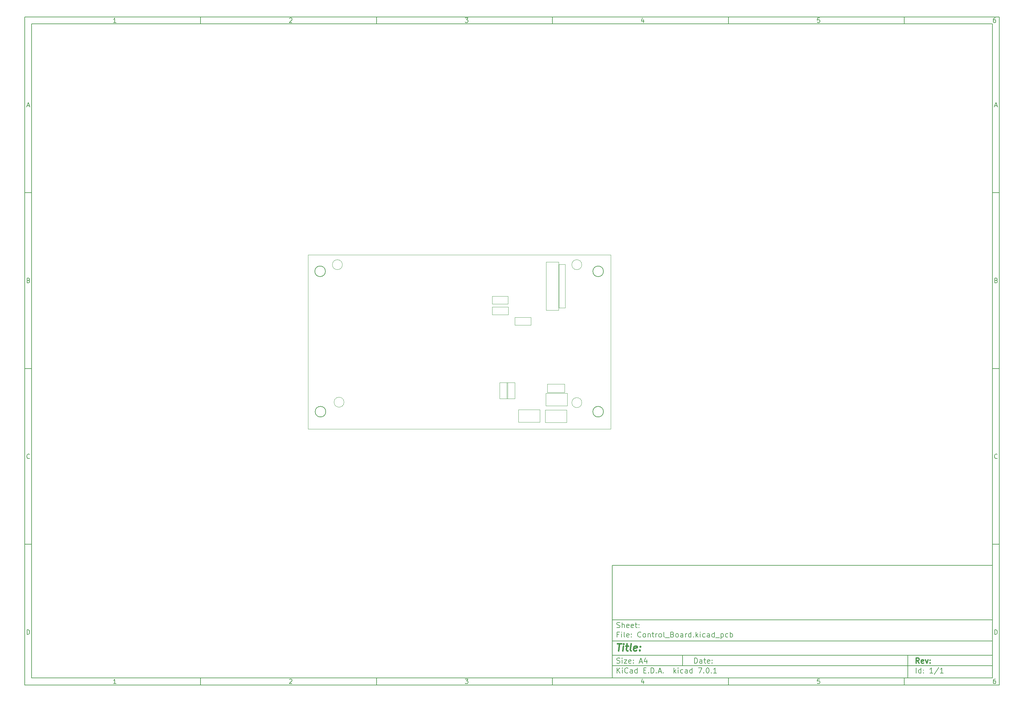
<source format=gbr>
%TF.GenerationSoftware,KiCad,Pcbnew,7.0.1*%
%TF.CreationDate,2024-01-20T13:41:41+00:00*%
%TF.ProjectId,Control_Board,436f6e74-726f-46c5-9f42-6f6172642e6b,rev?*%
%TF.SameCoordinates,Original*%
%TF.FileFunction,Other,User*%
%FSLAX45Y45*%
G04 Gerber Fmt 4.5, Leading zero omitted, Abs format (unit mm)*
G04 Created by KiCad (PCBNEW 7.0.1) date 2024-01-20 13:41:41*
%MOMM*%
%LPD*%
G01*
G04 APERTURE LIST*
%ADD10C,0.100000*%
%ADD11C,0.150000*%
%ADD12C,0.300000*%
%ADD13C,0.400000*%
%ADD14C,0.050000*%
%TA.AperFunction,Profile*%
%ADD15C,0.200000*%
%TD*%
%TA.AperFunction,Profile*%
%ADD16C,0.100000*%
%TD*%
G04 APERTURE END LIST*
D10*
D11*
X17700220Y-16600720D02*
X28500220Y-16600720D01*
X28500220Y-19800720D01*
X17700220Y-19800720D01*
X17700220Y-16600720D01*
D10*
D11*
X1000000Y-1000000D02*
X28700220Y-1000000D01*
X28700220Y-20000720D01*
X1000000Y-20000720D01*
X1000000Y-1000000D01*
D10*
D11*
X1200000Y-1200000D02*
X28500220Y-1200000D01*
X28500220Y-19800720D01*
X1200000Y-19800720D01*
X1200000Y-1200000D01*
D10*
D11*
X6000000Y-1200000D02*
X6000000Y-1000000D01*
D10*
D11*
X11000000Y-1200000D02*
X11000000Y-1000000D01*
D10*
D11*
X16000000Y-1200000D02*
X16000000Y-1000000D01*
D10*
D11*
X21000000Y-1200000D02*
X21000000Y-1000000D01*
D10*
D11*
X26000000Y-1200000D02*
X26000000Y-1000000D01*
D10*
D11*
X3599048Y-1160140D02*
X3524762Y-1160140D01*
X3561905Y-1160140D02*
X3561905Y-1030140D01*
X3561905Y-1030140D02*
X3549524Y-1048712D01*
X3549524Y-1048712D02*
X3537143Y-1061093D01*
X3537143Y-1061093D02*
X3524762Y-1067283D01*
D10*
D11*
X8524762Y-1042521D02*
X8530952Y-1036331D01*
X8530952Y-1036331D02*
X8543333Y-1030140D01*
X8543333Y-1030140D02*
X8574286Y-1030140D01*
X8574286Y-1030140D02*
X8586667Y-1036331D01*
X8586667Y-1036331D02*
X8592857Y-1042521D01*
X8592857Y-1042521D02*
X8599048Y-1054902D01*
X8599048Y-1054902D02*
X8599048Y-1067283D01*
X8599048Y-1067283D02*
X8592857Y-1085855D01*
X8592857Y-1085855D02*
X8518571Y-1160140D01*
X8518571Y-1160140D02*
X8599048Y-1160140D01*
D10*
D11*
X13518571Y-1030140D02*
X13599048Y-1030140D01*
X13599048Y-1030140D02*
X13555714Y-1079664D01*
X13555714Y-1079664D02*
X13574286Y-1079664D01*
X13574286Y-1079664D02*
X13586667Y-1085855D01*
X13586667Y-1085855D02*
X13592857Y-1092045D01*
X13592857Y-1092045D02*
X13599048Y-1104426D01*
X13599048Y-1104426D02*
X13599048Y-1135379D01*
X13599048Y-1135379D02*
X13592857Y-1147760D01*
X13592857Y-1147760D02*
X13586667Y-1153950D01*
X13586667Y-1153950D02*
X13574286Y-1160140D01*
X13574286Y-1160140D02*
X13537143Y-1160140D01*
X13537143Y-1160140D02*
X13524762Y-1153950D01*
X13524762Y-1153950D02*
X13518571Y-1147760D01*
D10*
D11*
X18586667Y-1073474D02*
X18586667Y-1160140D01*
X18555714Y-1023950D02*
X18524762Y-1116807D01*
X18524762Y-1116807D02*
X18605238Y-1116807D01*
D10*
D11*
X23592857Y-1030140D02*
X23530952Y-1030140D01*
X23530952Y-1030140D02*
X23524762Y-1092045D01*
X23524762Y-1092045D02*
X23530952Y-1085855D01*
X23530952Y-1085855D02*
X23543333Y-1079664D01*
X23543333Y-1079664D02*
X23574286Y-1079664D01*
X23574286Y-1079664D02*
X23586667Y-1085855D01*
X23586667Y-1085855D02*
X23592857Y-1092045D01*
X23592857Y-1092045D02*
X23599048Y-1104426D01*
X23599048Y-1104426D02*
X23599048Y-1135379D01*
X23599048Y-1135379D02*
X23592857Y-1147760D01*
X23592857Y-1147760D02*
X23586667Y-1153950D01*
X23586667Y-1153950D02*
X23574286Y-1160140D01*
X23574286Y-1160140D02*
X23543333Y-1160140D01*
X23543333Y-1160140D02*
X23530952Y-1153950D01*
X23530952Y-1153950D02*
X23524762Y-1147760D01*
D10*
D11*
X28586667Y-1030140D02*
X28561905Y-1030140D01*
X28561905Y-1030140D02*
X28549524Y-1036331D01*
X28549524Y-1036331D02*
X28543333Y-1042521D01*
X28543333Y-1042521D02*
X28530952Y-1061093D01*
X28530952Y-1061093D02*
X28524762Y-1085855D01*
X28524762Y-1085855D02*
X28524762Y-1135379D01*
X28524762Y-1135379D02*
X28530952Y-1147760D01*
X28530952Y-1147760D02*
X28537143Y-1153950D01*
X28537143Y-1153950D02*
X28549524Y-1160140D01*
X28549524Y-1160140D02*
X28574286Y-1160140D01*
X28574286Y-1160140D02*
X28586667Y-1153950D01*
X28586667Y-1153950D02*
X28592857Y-1147760D01*
X28592857Y-1147760D02*
X28599048Y-1135379D01*
X28599048Y-1135379D02*
X28599048Y-1104426D01*
X28599048Y-1104426D02*
X28592857Y-1092045D01*
X28592857Y-1092045D02*
X28586667Y-1085855D01*
X28586667Y-1085855D02*
X28574286Y-1079664D01*
X28574286Y-1079664D02*
X28549524Y-1079664D01*
X28549524Y-1079664D02*
X28537143Y-1085855D01*
X28537143Y-1085855D02*
X28530952Y-1092045D01*
X28530952Y-1092045D02*
X28524762Y-1104426D01*
D10*
D11*
X6000000Y-19800720D02*
X6000000Y-20000720D01*
D10*
D11*
X11000000Y-19800720D02*
X11000000Y-20000720D01*
D10*
D11*
X16000000Y-19800720D02*
X16000000Y-20000720D01*
D10*
D11*
X21000000Y-19800720D02*
X21000000Y-20000720D01*
D10*
D11*
X26000000Y-19800720D02*
X26000000Y-20000720D01*
D10*
D11*
X3599048Y-19960860D02*
X3524762Y-19960860D01*
X3561905Y-19960860D02*
X3561905Y-19830860D01*
X3561905Y-19830860D02*
X3549524Y-19849432D01*
X3549524Y-19849432D02*
X3537143Y-19861813D01*
X3537143Y-19861813D02*
X3524762Y-19868003D01*
D10*
D11*
X8524762Y-19843241D02*
X8530952Y-19837051D01*
X8530952Y-19837051D02*
X8543333Y-19830860D01*
X8543333Y-19830860D02*
X8574286Y-19830860D01*
X8574286Y-19830860D02*
X8586667Y-19837051D01*
X8586667Y-19837051D02*
X8592857Y-19843241D01*
X8592857Y-19843241D02*
X8599048Y-19855622D01*
X8599048Y-19855622D02*
X8599048Y-19868003D01*
X8599048Y-19868003D02*
X8592857Y-19886575D01*
X8592857Y-19886575D02*
X8518571Y-19960860D01*
X8518571Y-19960860D02*
X8599048Y-19960860D01*
D10*
D11*
X13518571Y-19830860D02*
X13599048Y-19830860D01*
X13599048Y-19830860D02*
X13555714Y-19880384D01*
X13555714Y-19880384D02*
X13574286Y-19880384D01*
X13574286Y-19880384D02*
X13586667Y-19886575D01*
X13586667Y-19886575D02*
X13592857Y-19892765D01*
X13592857Y-19892765D02*
X13599048Y-19905146D01*
X13599048Y-19905146D02*
X13599048Y-19936099D01*
X13599048Y-19936099D02*
X13592857Y-19948480D01*
X13592857Y-19948480D02*
X13586667Y-19954670D01*
X13586667Y-19954670D02*
X13574286Y-19960860D01*
X13574286Y-19960860D02*
X13537143Y-19960860D01*
X13537143Y-19960860D02*
X13524762Y-19954670D01*
X13524762Y-19954670D02*
X13518571Y-19948480D01*
D10*
D11*
X18586667Y-19874194D02*
X18586667Y-19960860D01*
X18555714Y-19824670D02*
X18524762Y-19917527D01*
X18524762Y-19917527D02*
X18605238Y-19917527D01*
D10*
D11*
X23592857Y-19830860D02*
X23530952Y-19830860D01*
X23530952Y-19830860D02*
X23524762Y-19892765D01*
X23524762Y-19892765D02*
X23530952Y-19886575D01*
X23530952Y-19886575D02*
X23543333Y-19880384D01*
X23543333Y-19880384D02*
X23574286Y-19880384D01*
X23574286Y-19880384D02*
X23586667Y-19886575D01*
X23586667Y-19886575D02*
X23592857Y-19892765D01*
X23592857Y-19892765D02*
X23599048Y-19905146D01*
X23599048Y-19905146D02*
X23599048Y-19936099D01*
X23599048Y-19936099D02*
X23592857Y-19948480D01*
X23592857Y-19948480D02*
X23586667Y-19954670D01*
X23586667Y-19954670D02*
X23574286Y-19960860D01*
X23574286Y-19960860D02*
X23543333Y-19960860D01*
X23543333Y-19960860D02*
X23530952Y-19954670D01*
X23530952Y-19954670D02*
X23524762Y-19948480D01*
D10*
D11*
X28586667Y-19830860D02*
X28561905Y-19830860D01*
X28561905Y-19830860D02*
X28549524Y-19837051D01*
X28549524Y-19837051D02*
X28543333Y-19843241D01*
X28543333Y-19843241D02*
X28530952Y-19861813D01*
X28530952Y-19861813D02*
X28524762Y-19886575D01*
X28524762Y-19886575D02*
X28524762Y-19936099D01*
X28524762Y-19936099D02*
X28530952Y-19948480D01*
X28530952Y-19948480D02*
X28537143Y-19954670D01*
X28537143Y-19954670D02*
X28549524Y-19960860D01*
X28549524Y-19960860D02*
X28574286Y-19960860D01*
X28574286Y-19960860D02*
X28586667Y-19954670D01*
X28586667Y-19954670D02*
X28592857Y-19948480D01*
X28592857Y-19948480D02*
X28599048Y-19936099D01*
X28599048Y-19936099D02*
X28599048Y-19905146D01*
X28599048Y-19905146D02*
X28592857Y-19892765D01*
X28592857Y-19892765D02*
X28586667Y-19886575D01*
X28586667Y-19886575D02*
X28574286Y-19880384D01*
X28574286Y-19880384D02*
X28549524Y-19880384D01*
X28549524Y-19880384D02*
X28537143Y-19886575D01*
X28537143Y-19886575D02*
X28530952Y-19892765D01*
X28530952Y-19892765D02*
X28524762Y-19905146D01*
D10*
D11*
X1000000Y-6000000D02*
X1200000Y-6000000D01*
D10*
D11*
X1000000Y-11000000D02*
X1200000Y-11000000D01*
D10*
D11*
X1000000Y-16000000D02*
X1200000Y-16000000D01*
D10*
D11*
X1069048Y-3522998D02*
X1130952Y-3522998D01*
X1056667Y-3560140D02*
X1100000Y-3430140D01*
X1100000Y-3430140D02*
X1143333Y-3560140D01*
D10*
D11*
X1109286Y-8492045D02*
X1127857Y-8498236D01*
X1127857Y-8498236D02*
X1134048Y-8504426D01*
X1134048Y-8504426D02*
X1140238Y-8516807D01*
X1140238Y-8516807D02*
X1140238Y-8535379D01*
X1140238Y-8535379D02*
X1134048Y-8547760D01*
X1134048Y-8547760D02*
X1127857Y-8553950D01*
X1127857Y-8553950D02*
X1115476Y-8560140D01*
X1115476Y-8560140D02*
X1065952Y-8560140D01*
X1065952Y-8560140D02*
X1065952Y-8430140D01*
X1065952Y-8430140D02*
X1109286Y-8430140D01*
X1109286Y-8430140D02*
X1121667Y-8436331D01*
X1121667Y-8436331D02*
X1127857Y-8442521D01*
X1127857Y-8442521D02*
X1134048Y-8454902D01*
X1134048Y-8454902D02*
X1134048Y-8467283D01*
X1134048Y-8467283D02*
X1127857Y-8479664D01*
X1127857Y-8479664D02*
X1121667Y-8485855D01*
X1121667Y-8485855D02*
X1109286Y-8492045D01*
X1109286Y-8492045D02*
X1065952Y-8492045D01*
D10*
D11*
X1140238Y-13547759D02*
X1134048Y-13553950D01*
X1134048Y-13553950D02*
X1115476Y-13560140D01*
X1115476Y-13560140D02*
X1103095Y-13560140D01*
X1103095Y-13560140D02*
X1084524Y-13553950D01*
X1084524Y-13553950D02*
X1072143Y-13541569D01*
X1072143Y-13541569D02*
X1065952Y-13529188D01*
X1065952Y-13529188D02*
X1059762Y-13504426D01*
X1059762Y-13504426D02*
X1059762Y-13485855D01*
X1059762Y-13485855D02*
X1065952Y-13461093D01*
X1065952Y-13461093D02*
X1072143Y-13448712D01*
X1072143Y-13448712D02*
X1084524Y-13436331D01*
X1084524Y-13436331D02*
X1103095Y-13430140D01*
X1103095Y-13430140D02*
X1115476Y-13430140D01*
X1115476Y-13430140D02*
X1134048Y-13436331D01*
X1134048Y-13436331D02*
X1140238Y-13442521D01*
D10*
D11*
X1065952Y-18560140D02*
X1065952Y-18430140D01*
X1065952Y-18430140D02*
X1096905Y-18430140D01*
X1096905Y-18430140D02*
X1115476Y-18436331D01*
X1115476Y-18436331D02*
X1127857Y-18448712D01*
X1127857Y-18448712D02*
X1134048Y-18461093D01*
X1134048Y-18461093D02*
X1140238Y-18485855D01*
X1140238Y-18485855D02*
X1140238Y-18504426D01*
X1140238Y-18504426D02*
X1134048Y-18529188D01*
X1134048Y-18529188D02*
X1127857Y-18541569D01*
X1127857Y-18541569D02*
X1115476Y-18553950D01*
X1115476Y-18553950D02*
X1096905Y-18560140D01*
X1096905Y-18560140D02*
X1065952Y-18560140D01*
D10*
D11*
X28700220Y-6000000D02*
X28500220Y-6000000D01*
D10*
D11*
X28700220Y-11000000D02*
X28500220Y-11000000D01*
D10*
D11*
X28700220Y-16000000D02*
X28500220Y-16000000D01*
D10*
D11*
X28569268Y-3522998D02*
X28631172Y-3522998D01*
X28556887Y-3560140D02*
X28600220Y-3430140D01*
X28600220Y-3430140D02*
X28643553Y-3560140D01*
D10*
D11*
X28609506Y-8492045D02*
X28628077Y-8498236D01*
X28628077Y-8498236D02*
X28634268Y-8504426D01*
X28634268Y-8504426D02*
X28640458Y-8516807D01*
X28640458Y-8516807D02*
X28640458Y-8535379D01*
X28640458Y-8535379D02*
X28634268Y-8547760D01*
X28634268Y-8547760D02*
X28628077Y-8553950D01*
X28628077Y-8553950D02*
X28615696Y-8560140D01*
X28615696Y-8560140D02*
X28566172Y-8560140D01*
X28566172Y-8560140D02*
X28566172Y-8430140D01*
X28566172Y-8430140D02*
X28609506Y-8430140D01*
X28609506Y-8430140D02*
X28621887Y-8436331D01*
X28621887Y-8436331D02*
X28628077Y-8442521D01*
X28628077Y-8442521D02*
X28634268Y-8454902D01*
X28634268Y-8454902D02*
X28634268Y-8467283D01*
X28634268Y-8467283D02*
X28628077Y-8479664D01*
X28628077Y-8479664D02*
X28621887Y-8485855D01*
X28621887Y-8485855D02*
X28609506Y-8492045D01*
X28609506Y-8492045D02*
X28566172Y-8492045D01*
D10*
D11*
X28640458Y-13547759D02*
X28634268Y-13553950D01*
X28634268Y-13553950D02*
X28615696Y-13560140D01*
X28615696Y-13560140D02*
X28603315Y-13560140D01*
X28603315Y-13560140D02*
X28584744Y-13553950D01*
X28584744Y-13553950D02*
X28572363Y-13541569D01*
X28572363Y-13541569D02*
X28566172Y-13529188D01*
X28566172Y-13529188D02*
X28559982Y-13504426D01*
X28559982Y-13504426D02*
X28559982Y-13485855D01*
X28559982Y-13485855D02*
X28566172Y-13461093D01*
X28566172Y-13461093D02*
X28572363Y-13448712D01*
X28572363Y-13448712D02*
X28584744Y-13436331D01*
X28584744Y-13436331D02*
X28603315Y-13430140D01*
X28603315Y-13430140D02*
X28615696Y-13430140D01*
X28615696Y-13430140D02*
X28634268Y-13436331D01*
X28634268Y-13436331D02*
X28640458Y-13442521D01*
D10*
D11*
X28566172Y-18560140D02*
X28566172Y-18430140D01*
X28566172Y-18430140D02*
X28597125Y-18430140D01*
X28597125Y-18430140D02*
X28615696Y-18436331D01*
X28615696Y-18436331D02*
X28628077Y-18448712D01*
X28628077Y-18448712D02*
X28634268Y-18461093D01*
X28634268Y-18461093D02*
X28640458Y-18485855D01*
X28640458Y-18485855D02*
X28640458Y-18504426D01*
X28640458Y-18504426D02*
X28634268Y-18529188D01*
X28634268Y-18529188D02*
X28628077Y-18541569D01*
X28628077Y-18541569D02*
X28615696Y-18553950D01*
X28615696Y-18553950D02*
X28597125Y-18560140D01*
X28597125Y-18560140D02*
X28566172Y-18560140D01*
D10*
D11*
X20035934Y-19380113D02*
X20035934Y-19230113D01*
X20035934Y-19230113D02*
X20071649Y-19230113D01*
X20071649Y-19230113D02*
X20093077Y-19237256D01*
X20093077Y-19237256D02*
X20107363Y-19251541D01*
X20107363Y-19251541D02*
X20114506Y-19265827D01*
X20114506Y-19265827D02*
X20121649Y-19294399D01*
X20121649Y-19294399D02*
X20121649Y-19315827D01*
X20121649Y-19315827D02*
X20114506Y-19344399D01*
X20114506Y-19344399D02*
X20107363Y-19358684D01*
X20107363Y-19358684D02*
X20093077Y-19372970D01*
X20093077Y-19372970D02*
X20071649Y-19380113D01*
X20071649Y-19380113D02*
X20035934Y-19380113D01*
X20250220Y-19380113D02*
X20250220Y-19301541D01*
X20250220Y-19301541D02*
X20243077Y-19287256D01*
X20243077Y-19287256D02*
X20228791Y-19280113D01*
X20228791Y-19280113D02*
X20200220Y-19280113D01*
X20200220Y-19280113D02*
X20185934Y-19287256D01*
X20250220Y-19372970D02*
X20235934Y-19380113D01*
X20235934Y-19380113D02*
X20200220Y-19380113D01*
X20200220Y-19380113D02*
X20185934Y-19372970D01*
X20185934Y-19372970D02*
X20178791Y-19358684D01*
X20178791Y-19358684D02*
X20178791Y-19344399D01*
X20178791Y-19344399D02*
X20185934Y-19330113D01*
X20185934Y-19330113D02*
X20200220Y-19322970D01*
X20200220Y-19322970D02*
X20235934Y-19322970D01*
X20235934Y-19322970D02*
X20250220Y-19315827D01*
X20300220Y-19280113D02*
X20357363Y-19280113D01*
X20321649Y-19230113D02*
X20321649Y-19358684D01*
X20321649Y-19358684D02*
X20328791Y-19372970D01*
X20328791Y-19372970D02*
X20343077Y-19380113D01*
X20343077Y-19380113D02*
X20357363Y-19380113D01*
X20464506Y-19372970D02*
X20450220Y-19380113D01*
X20450220Y-19380113D02*
X20421649Y-19380113D01*
X20421649Y-19380113D02*
X20407363Y-19372970D01*
X20407363Y-19372970D02*
X20400220Y-19358684D01*
X20400220Y-19358684D02*
X20400220Y-19301541D01*
X20400220Y-19301541D02*
X20407363Y-19287256D01*
X20407363Y-19287256D02*
X20421649Y-19280113D01*
X20421649Y-19280113D02*
X20450220Y-19280113D01*
X20450220Y-19280113D02*
X20464506Y-19287256D01*
X20464506Y-19287256D02*
X20471649Y-19301541D01*
X20471649Y-19301541D02*
X20471649Y-19315827D01*
X20471649Y-19315827D02*
X20400220Y-19330113D01*
X20535934Y-19365827D02*
X20543077Y-19372970D01*
X20543077Y-19372970D02*
X20535934Y-19380113D01*
X20535934Y-19380113D02*
X20528791Y-19372970D01*
X20528791Y-19372970D02*
X20535934Y-19365827D01*
X20535934Y-19365827D02*
X20535934Y-19380113D01*
X20535934Y-19287256D02*
X20543077Y-19294399D01*
X20543077Y-19294399D02*
X20535934Y-19301541D01*
X20535934Y-19301541D02*
X20528791Y-19294399D01*
X20528791Y-19294399D02*
X20535934Y-19287256D01*
X20535934Y-19287256D02*
X20535934Y-19301541D01*
D10*
D11*
X17700220Y-19450720D02*
X28500220Y-19450720D01*
D10*
D11*
X17835934Y-19660113D02*
X17835934Y-19510113D01*
X17921649Y-19660113D02*
X17857363Y-19574399D01*
X17921649Y-19510113D02*
X17835934Y-19595827D01*
X17985934Y-19660113D02*
X17985934Y-19560113D01*
X17985934Y-19510113D02*
X17978791Y-19517256D01*
X17978791Y-19517256D02*
X17985934Y-19524399D01*
X17985934Y-19524399D02*
X17993077Y-19517256D01*
X17993077Y-19517256D02*
X17985934Y-19510113D01*
X17985934Y-19510113D02*
X17985934Y-19524399D01*
X18143077Y-19645827D02*
X18135934Y-19652970D01*
X18135934Y-19652970D02*
X18114506Y-19660113D01*
X18114506Y-19660113D02*
X18100220Y-19660113D01*
X18100220Y-19660113D02*
X18078791Y-19652970D01*
X18078791Y-19652970D02*
X18064506Y-19638684D01*
X18064506Y-19638684D02*
X18057363Y-19624399D01*
X18057363Y-19624399D02*
X18050220Y-19595827D01*
X18050220Y-19595827D02*
X18050220Y-19574399D01*
X18050220Y-19574399D02*
X18057363Y-19545827D01*
X18057363Y-19545827D02*
X18064506Y-19531541D01*
X18064506Y-19531541D02*
X18078791Y-19517256D01*
X18078791Y-19517256D02*
X18100220Y-19510113D01*
X18100220Y-19510113D02*
X18114506Y-19510113D01*
X18114506Y-19510113D02*
X18135934Y-19517256D01*
X18135934Y-19517256D02*
X18143077Y-19524399D01*
X18271649Y-19660113D02*
X18271649Y-19581541D01*
X18271649Y-19581541D02*
X18264506Y-19567256D01*
X18264506Y-19567256D02*
X18250220Y-19560113D01*
X18250220Y-19560113D02*
X18221649Y-19560113D01*
X18221649Y-19560113D02*
X18207363Y-19567256D01*
X18271649Y-19652970D02*
X18257363Y-19660113D01*
X18257363Y-19660113D02*
X18221649Y-19660113D01*
X18221649Y-19660113D02*
X18207363Y-19652970D01*
X18207363Y-19652970D02*
X18200220Y-19638684D01*
X18200220Y-19638684D02*
X18200220Y-19624399D01*
X18200220Y-19624399D02*
X18207363Y-19610113D01*
X18207363Y-19610113D02*
X18221649Y-19602970D01*
X18221649Y-19602970D02*
X18257363Y-19602970D01*
X18257363Y-19602970D02*
X18271649Y-19595827D01*
X18407363Y-19660113D02*
X18407363Y-19510113D01*
X18407363Y-19652970D02*
X18393077Y-19660113D01*
X18393077Y-19660113D02*
X18364506Y-19660113D01*
X18364506Y-19660113D02*
X18350220Y-19652970D01*
X18350220Y-19652970D02*
X18343077Y-19645827D01*
X18343077Y-19645827D02*
X18335934Y-19631541D01*
X18335934Y-19631541D02*
X18335934Y-19588684D01*
X18335934Y-19588684D02*
X18343077Y-19574399D01*
X18343077Y-19574399D02*
X18350220Y-19567256D01*
X18350220Y-19567256D02*
X18364506Y-19560113D01*
X18364506Y-19560113D02*
X18393077Y-19560113D01*
X18393077Y-19560113D02*
X18407363Y-19567256D01*
X18593077Y-19581541D02*
X18643077Y-19581541D01*
X18664506Y-19660113D02*
X18593077Y-19660113D01*
X18593077Y-19660113D02*
X18593077Y-19510113D01*
X18593077Y-19510113D02*
X18664506Y-19510113D01*
X18728791Y-19645827D02*
X18735934Y-19652970D01*
X18735934Y-19652970D02*
X18728791Y-19660113D01*
X18728791Y-19660113D02*
X18721649Y-19652970D01*
X18721649Y-19652970D02*
X18728791Y-19645827D01*
X18728791Y-19645827D02*
X18728791Y-19660113D01*
X18800220Y-19660113D02*
X18800220Y-19510113D01*
X18800220Y-19510113D02*
X18835934Y-19510113D01*
X18835934Y-19510113D02*
X18857363Y-19517256D01*
X18857363Y-19517256D02*
X18871649Y-19531541D01*
X18871649Y-19531541D02*
X18878792Y-19545827D01*
X18878792Y-19545827D02*
X18885934Y-19574399D01*
X18885934Y-19574399D02*
X18885934Y-19595827D01*
X18885934Y-19595827D02*
X18878792Y-19624399D01*
X18878792Y-19624399D02*
X18871649Y-19638684D01*
X18871649Y-19638684D02*
X18857363Y-19652970D01*
X18857363Y-19652970D02*
X18835934Y-19660113D01*
X18835934Y-19660113D02*
X18800220Y-19660113D01*
X18950220Y-19645827D02*
X18957363Y-19652970D01*
X18957363Y-19652970D02*
X18950220Y-19660113D01*
X18950220Y-19660113D02*
X18943077Y-19652970D01*
X18943077Y-19652970D02*
X18950220Y-19645827D01*
X18950220Y-19645827D02*
X18950220Y-19660113D01*
X19014506Y-19617256D02*
X19085934Y-19617256D01*
X19000220Y-19660113D02*
X19050220Y-19510113D01*
X19050220Y-19510113D02*
X19100220Y-19660113D01*
X19150220Y-19645827D02*
X19157363Y-19652970D01*
X19157363Y-19652970D02*
X19150220Y-19660113D01*
X19150220Y-19660113D02*
X19143077Y-19652970D01*
X19143077Y-19652970D02*
X19150220Y-19645827D01*
X19150220Y-19645827D02*
X19150220Y-19660113D01*
X19450220Y-19660113D02*
X19450220Y-19510113D01*
X19464506Y-19602970D02*
X19507363Y-19660113D01*
X19507363Y-19560113D02*
X19450220Y-19617256D01*
X19571649Y-19660113D02*
X19571649Y-19560113D01*
X19571649Y-19510113D02*
X19564506Y-19517256D01*
X19564506Y-19517256D02*
X19571649Y-19524399D01*
X19571649Y-19524399D02*
X19578792Y-19517256D01*
X19578792Y-19517256D02*
X19571649Y-19510113D01*
X19571649Y-19510113D02*
X19571649Y-19524399D01*
X19707363Y-19652970D02*
X19693077Y-19660113D01*
X19693077Y-19660113D02*
X19664506Y-19660113D01*
X19664506Y-19660113D02*
X19650220Y-19652970D01*
X19650220Y-19652970D02*
X19643077Y-19645827D01*
X19643077Y-19645827D02*
X19635934Y-19631541D01*
X19635934Y-19631541D02*
X19635934Y-19588684D01*
X19635934Y-19588684D02*
X19643077Y-19574399D01*
X19643077Y-19574399D02*
X19650220Y-19567256D01*
X19650220Y-19567256D02*
X19664506Y-19560113D01*
X19664506Y-19560113D02*
X19693077Y-19560113D01*
X19693077Y-19560113D02*
X19707363Y-19567256D01*
X19835934Y-19660113D02*
X19835934Y-19581541D01*
X19835934Y-19581541D02*
X19828792Y-19567256D01*
X19828792Y-19567256D02*
X19814506Y-19560113D01*
X19814506Y-19560113D02*
X19785934Y-19560113D01*
X19785934Y-19560113D02*
X19771649Y-19567256D01*
X19835934Y-19652970D02*
X19821649Y-19660113D01*
X19821649Y-19660113D02*
X19785934Y-19660113D01*
X19785934Y-19660113D02*
X19771649Y-19652970D01*
X19771649Y-19652970D02*
X19764506Y-19638684D01*
X19764506Y-19638684D02*
X19764506Y-19624399D01*
X19764506Y-19624399D02*
X19771649Y-19610113D01*
X19771649Y-19610113D02*
X19785934Y-19602970D01*
X19785934Y-19602970D02*
X19821649Y-19602970D01*
X19821649Y-19602970D02*
X19835934Y-19595827D01*
X19971649Y-19660113D02*
X19971649Y-19510113D01*
X19971649Y-19652970D02*
X19957363Y-19660113D01*
X19957363Y-19660113D02*
X19928792Y-19660113D01*
X19928792Y-19660113D02*
X19914506Y-19652970D01*
X19914506Y-19652970D02*
X19907363Y-19645827D01*
X19907363Y-19645827D02*
X19900220Y-19631541D01*
X19900220Y-19631541D02*
X19900220Y-19588684D01*
X19900220Y-19588684D02*
X19907363Y-19574399D01*
X19907363Y-19574399D02*
X19914506Y-19567256D01*
X19914506Y-19567256D02*
X19928792Y-19560113D01*
X19928792Y-19560113D02*
X19957363Y-19560113D01*
X19957363Y-19560113D02*
X19971649Y-19567256D01*
X20143077Y-19510113D02*
X20243077Y-19510113D01*
X20243077Y-19510113D02*
X20178792Y-19660113D01*
X20300220Y-19645827D02*
X20307363Y-19652970D01*
X20307363Y-19652970D02*
X20300220Y-19660113D01*
X20300220Y-19660113D02*
X20293077Y-19652970D01*
X20293077Y-19652970D02*
X20300220Y-19645827D01*
X20300220Y-19645827D02*
X20300220Y-19660113D01*
X20400220Y-19510113D02*
X20414506Y-19510113D01*
X20414506Y-19510113D02*
X20428792Y-19517256D01*
X20428792Y-19517256D02*
X20435934Y-19524399D01*
X20435934Y-19524399D02*
X20443077Y-19538684D01*
X20443077Y-19538684D02*
X20450220Y-19567256D01*
X20450220Y-19567256D02*
X20450220Y-19602970D01*
X20450220Y-19602970D02*
X20443077Y-19631541D01*
X20443077Y-19631541D02*
X20435934Y-19645827D01*
X20435934Y-19645827D02*
X20428792Y-19652970D01*
X20428792Y-19652970D02*
X20414506Y-19660113D01*
X20414506Y-19660113D02*
X20400220Y-19660113D01*
X20400220Y-19660113D02*
X20385934Y-19652970D01*
X20385934Y-19652970D02*
X20378792Y-19645827D01*
X20378792Y-19645827D02*
X20371649Y-19631541D01*
X20371649Y-19631541D02*
X20364506Y-19602970D01*
X20364506Y-19602970D02*
X20364506Y-19567256D01*
X20364506Y-19567256D02*
X20371649Y-19538684D01*
X20371649Y-19538684D02*
X20378792Y-19524399D01*
X20378792Y-19524399D02*
X20385934Y-19517256D01*
X20385934Y-19517256D02*
X20400220Y-19510113D01*
X20514506Y-19645827D02*
X20521649Y-19652970D01*
X20521649Y-19652970D02*
X20514506Y-19660113D01*
X20514506Y-19660113D02*
X20507363Y-19652970D01*
X20507363Y-19652970D02*
X20514506Y-19645827D01*
X20514506Y-19645827D02*
X20514506Y-19660113D01*
X20664506Y-19660113D02*
X20578792Y-19660113D01*
X20621649Y-19660113D02*
X20621649Y-19510113D01*
X20621649Y-19510113D02*
X20607363Y-19531541D01*
X20607363Y-19531541D02*
X20593077Y-19545827D01*
X20593077Y-19545827D02*
X20578792Y-19552970D01*
D10*
D11*
X17700220Y-19150720D02*
X28500220Y-19150720D01*
D10*
D12*
X26421648Y-19380113D02*
X26371648Y-19308684D01*
X26335934Y-19380113D02*
X26335934Y-19230113D01*
X26335934Y-19230113D02*
X26393077Y-19230113D01*
X26393077Y-19230113D02*
X26407363Y-19237256D01*
X26407363Y-19237256D02*
X26414506Y-19244399D01*
X26414506Y-19244399D02*
X26421648Y-19258684D01*
X26421648Y-19258684D02*
X26421648Y-19280113D01*
X26421648Y-19280113D02*
X26414506Y-19294399D01*
X26414506Y-19294399D02*
X26407363Y-19301541D01*
X26407363Y-19301541D02*
X26393077Y-19308684D01*
X26393077Y-19308684D02*
X26335934Y-19308684D01*
X26543077Y-19372970D02*
X26528791Y-19380113D01*
X26528791Y-19380113D02*
X26500220Y-19380113D01*
X26500220Y-19380113D02*
X26485934Y-19372970D01*
X26485934Y-19372970D02*
X26478791Y-19358684D01*
X26478791Y-19358684D02*
X26478791Y-19301541D01*
X26478791Y-19301541D02*
X26485934Y-19287256D01*
X26485934Y-19287256D02*
X26500220Y-19280113D01*
X26500220Y-19280113D02*
X26528791Y-19280113D01*
X26528791Y-19280113D02*
X26543077Y-19287256D01*
X26543077Y-19287256D02*
X26550220Y-19301541D01*
X26550220Y-19301541D02*
X26550220Y-19315827D01*
X26550220Y-19315827D02*
X26478791Y-19330113D01*
X26600220Y-19280113D02*
X26635934Y-19380113D01*
X26635934Y-19380113D02*
X26671648Y-19280113D01*
X26728791Y-19365827D02*
X26735934Y-19372970D01*
X26735934Y-19372970D02*
X26728791Y-19380113D01*
X26728791Y-19380113D02*
X26721648Y-19372970D01*
X26721648Y-19372970D02*
X26728791Y-19365827D01*
X26728791Y-19365827D02*
X26728791Y-19380113D01*
X26728791Y-19287256D02*
X26735934Y-19294399D01*
X26735934Y-19294399D02*
X26728791Y-19301541D01*
X26728791Y-19301541D02*
X26721648Y-19294399D01*
X26721648Y-19294399D02*
X26728791Y-19287256D01*
X26728791Y-19287256D02*
X26728791Y-19301541D01*
D10*
D11*
X17828791Y-19372970D02*
X17850220Y-19380113D01*
X17850220Y-19380113D02*
X17885934Y-19380113D01*
X17885934Y-19380113D02*
X17900220Y-19372970D01*
X17900220Y-19372970D02*
X17907363Y-19365827D01*
X17907363Y-19365827D02*
X17914506Y-19351541D01*
X17914506Y-19351541D02*
X17914506Y-19337256D01*
X17914506Y-19337256D02*
X17907363Y-19322970D01*
X17907363Y-19322970D02*
X17900220Y-19315827D01*
X17900220Y-19315827D02*
X17885934Y-19308684D01*
X17885934Y-19308684D02*
X17857363Y-19301541D01*
X17857363Y-19301541D02*
X17843077Y-19294399D01*
X17843077Y-19294399D02*
X17835934Y-19287256D01*
X17835934Y-19287256D02*
X17828791Y-19272970D01*
X17828791Y-19272970D02*
X17828791Y-19258684D01*
X17828791Y-19258684D02*
X17835934Y-19244399D01*
X17835934Y-19244399D02*
X17843077Y-19237256D01*
X17843077Y-19237256D02*
X17857363Y-19230113D01*
X17857363Y-19230113D02*
X17893077Y-19230113D01*
X17893077Y-19230113D02*
X17914506Y-19237256D01*
X17978791Y-19380113D02*
X17978791Y-19280113D01*
X17978791Y-19230113D02*
X17971649Y-19237256D01*
X17971649Y-19237256D02*
X17978791Y-19244399D01*
X17978791Y-19244399D02*
X17985934Y-19237256D01*
X17985934Y-19237256D02*
X17978791Y-19230113D01*
X17978791Y-19230113D02*
X17978791Y-19244399D01*
X18035934Y-19280113D02*
X18114506Y-19280113D01*
X18114506Y-19280113D02*
X18035934Y-19380113D01*
X18035934Y-19380113D02*
X18114506Y-19380113D01*
X18228791Y-19372970D02*
X18214506Y-19380113D01*
X18214506Y-19380113D02*
X18185934Y-19380113D01*
X18185934Y-19380113D02*
X18171649Y-19372970D01*
X18171649Y-19372970D02*
X18164506Y-19358684D01*
X18164506Y-19358684D02*
X18164506Y-19301541D01*
X18164506Y-19301541D02*
X18171649Y-19287256D01*
X18171649Y-19287256D02*
X18185934Y-19280113D01*
X18185934Y-19280113D02*
X18214506Y-19280113D01*
X18214506Y-19280113D02*
X18228791Y-19287256D01*
X18228791Y-19287256D02*
X18235934Y-19301541D01*
X18235934Y-19301541D02*
X18235934Y-19315827D01*
X18235934Y-19315827D02*
X18164506Y-19330113D01*
X18300220Y-19365827D02*
X18307363Y-19372970D01*
X18307363Y-19372970D02*
X18300220Y-19380113D01*
X18300220Y-19380113D02*
X18293077Y-19372970D01*
X18293077Y-19372970D02*
X18300220Y-19365827D01*
X18300220Y-19365827D02*
X18300220Y-19380113D01*
X18300220Y-19287256D02*
X18307363Y-19294399D01*
X18307363Y-19294399D02*
X18300220Y-19301541D01*
X18300220Y-19301541D02*
X18293077Y-19294399D01*
X18293077Y-19294399D02*
X18300220Y-19287256D01*
X18300220Y-19287256D02*
X18300220Y-19301541D01*
X18478791Y-19337256D02*
X18550220Y-19337256D01*
X18464506Y-19380113D02*
X18514506Y-19230113D01*
X18514506Y-19230113D02*
X18564506Y-19380113D01*
X18678791Y-19280113D02*
X18678791Y-19380113D01*
X18643077Y-19222970D02*
X18607363Y-19330113D01*
X18607363Y-19330113D02*
X18700220Y-19330113D01*
D10*
D11*
X26335934Y-19660113D02*
X26335934Y-19510113D01*
X26471649Y-19660113D02*
X26471649Y-19510113D01*
X26471649Y-19652970D02*
X26457363Y-19660113D01*
X26457363Y-19660113D02*
X26428791Y-19660113D01*
X26428791Y-19660113D02*
X26414506Y-19652970D01*
X26414506Y-19652970D02*
X26407363Y-19645827D01*
X26407363Y-19645827D02*
X26400220Y-19631541D01*
X26400220Y-19631541D02*
X26400220Y-19588684D01*
X26400220Y-19588684D02*
X26407363Y-19574399D01*
X26407363Y-19574399D02*
X26414506Y-19567256D01*
X26414506Y-19567256D02*
X26428791Y-19560113D01*
X26428791Y-19560113D02*
X26457363Y-19560113D01*
X26457363Y-19560113D02*
X26471649Y-19567256D01*
X26543077Y-19645827D02*
X26550220Y-19652970D01*
X26550220Y-19652970D02*
X26543077Y-19660113D01*
X26543077Y-19660113D02*
X26535934Y-19652970D01*
X26535934Y-19652970D02*
X26543077Y-19645827D01*
X26543077Y-19645827D02*
X26543077Y-19660113D01*
X26543077Y-19567256D02*
X26550220Y-19574399D01*
X26550220Y-19574399D02*
X26543077Y-19581541D01*
X26543077Y-19581541D02*
X26535934Y-19574399D01*
X26535934Y-19574399D02*
X26543077Y-19567256D01*
X26543077Y-19567256D02*
X26543077Y-19581541D01*
X26807363Y-19660113D02*
X26721649Y-19660113D01*
X26764506Y-19660113D02*
X26764506Y-19510113D01*
X26764506Y-19510113D02*
X26750220Y-19531541D01*
X26750220Y-19531541D02*
X26735934Y-19545827D01*
X26735934Y-19545827D02*
X26721649Y-19552970D01*
X26978791Y-19502970D02*
X26850220Y-19695827D01*
X27107363Y-19660113D02*
X27021649Y-19660113D01*
X27064506Y-19660113D02*
X27064506Y-19510113D01*
X27064506Y-19510113D02*
X27050220Y-19531541D01*
X27050220Y-19531541D02*
X27035934Y-19545827D01*
X27035934Y-19545827D02*
X27021649Y-19552970D01*
D10*
D11*
X17700220Y-18750720D02*
X28500220Y-18750720D01*
D10*
D13*
X17843077Y-18823244D02*
X17957363Y-18823244D01*
X17875220Y-19023244D02*
X17900220Y-18823244D01*
X17997839Y-19023244D02*
X18014506Y-18889910D01*
X18022839Y-18823244D02*
X18012125Y-18832768D01*
X18012125Y-18832768D02*
X18020458Y-18842291D01*
X18020458Y-18842291D02*
X18031172Y-18832768D01*
X18031172Y-18832768D02*
X18022839Y-18823244D01*
X18022839Y-18823244D02*
X18020458Y-18842291D01*
X18079982Y-18889910D02*
X18156172Y-18889910D01*
X18116887Y-18823244D02*
X18095458Y-18994672D01*
X18095458Y-18994672D02*
X18102601Y-19013720D01*
X18102601Y-19013720D02*
X18120458Y-19023244D01*
X18120458Y-19023244D02*
X18139506Y-19023244D01*
X18233553Y-19023244D02*
X18215696Y-19013720D01*
X18215696Y-19013720D02*
X18208553Y-18994672D01*
X18208553Y-18994672D02*
X18229982Y-18823244D01*
X18385934Y-19013720D02*
X18365696Y-19023244D01*
X18365696Y-19023244D02*
X18327601Y-19023244D01*
X18327601Y-19023244D02*
X18309744Y-19013720D01*
X18309744Y-19013720D02*
X18302601Y-18994672D01*
X18302601Y-18994672D02*
X18312125Y-18918482D01*
X18312125Y-18918482D02*
X18324029Y-18899434D01*
X18324029Y-18899434D02*
X18344268Y-18889910D01*
X18344268Y-18889910D02*
X18382363Y-18889910D01*
X18382363Y-18889910D02*
X18400220Y-18899434D01*
X18400220Y-18899434D02*
X18407363Y-18918482D01*
X18407363Y-18918482D02*
X18404982Y-18937530D01*
X18404982Y-18937530D02*
X18307363Y-18956577D01*
X18481172Y-19004196D02*
X18489506Y-19013720D01*
X18489506Y-19013720D02*
X18478791Y-19023244D01*
X18478791Y-19023244D02*
X18470458Y-19013720D01*
X18470458Y-19013720D02*
X18481172Y-19004196D01*
X18481172Y-19004196D02*
X18478791Y-19023244D01*
X18494268Y-18899434D02*
X18502601Y-18908958D01*
X18502601Y-18908958D02*
X18491887Y-18918482D01*
X18491887Y-18918482D02*
X18483553Y-18908958D01*
X18483553Y-18908958D02*
X18494268Y-18899434D01*
X18494268Y-18899434D02*
X18491887Y-18918482D01*
D10*
D11*
X17885934Y-18561541D02*
X17835934Y-18561541D01*
X17835934Y-18640113D02*
X17835934Y-18490113D01*
X17835934Y-18490113D02*
X17907363Y-18490113D01*
X17964506Y-18640113D02*
X17964506Y-18540113D01*
X17964506Y-18490113D02*
X17957363Y-18497256D01*
X17957363Y-18497256D02*
X17964506Y-18504399D01*
X17964506Y-18504399D02*
X17971649Y-18497256D01*
X17971649Y-18497256D02*
X17964506Y-18490113D01*
X17964506Y-18490113D02*
X17964506Y-18504399D01*
X18057363Y-18640113D02*
X18043077Y-18632970D01*
X18043077Y-18632970D02*
X18035934Y-18618684D01*
X18035934Y-18618684D02*
X18035934Y-18490113D01*
X18171649Y-18632970D02*
X18157363Y-18640113D01*
X18157363Y-18640113D02*
X18128791Y-18640113D01*
X18128791Y-18640113D02*
X18114506Y-18632970D01*
X18114506Y-18632970D02*
X18107363Y-18618684D01*
X18107363Y-18618684D02*
X18107363Y-18561541D01*
X18107363Y-18561541D02*
X18114506Y-18547256D01*
X18114506Y-18547256D02*
X18128791Y-18540113D01*
X18128791Y-18540113D02*
X18157363Y-18540113D01*
X18157363Y-18540113D02*
X18171649Y-18547256D01*
X18171649Y-18547256D02*
X18178791Y-18561541D01*
X18178791Y-18561541D02*
X18178791Y-18575827D01*
X18178791Y-18575827D02*
X18107363Y-18590113D01*
X18243077Y-18625827D02*
X18250220Y-18632970D01*
X18250220Y-18632970D02*
X18243077Y-18640113D01*
X18243077Y-18640113D02*
X18235934Y-18632970D01*
X18235934Y-18632970D02*
X18243077Y-18625827D01*
X18243077Y-18625827D02*
X18243077Y-18640113D01*
X18243077Y-18547256D02*
X18250220Y-18554399D01*
X18250220Y-18554399D02*
X18243077Y-18561541D01*
X18243077Y-18561541D02*
X18235934Y-18554399D01*
X18235934Y-18554399D02*
X18243077Y-18547256D01*
X18243077Y-18547256D02*
X18243077Y-18561541D01*
X18514506Y-18625827D02*
X18507363Y-18632970D01*
X18507363Y-18632970D02*
X18485934Y-18640113D01*
X18485934Y-18640113D02*
X18471649Y-18640113D01*
X18471649Y-18640113D02*
X18450220Y-18632970D01*
X18450220Y-18632970D02*
X18435934Y-18618684D01*
X18435934Y-18618684D02*
X18428791Y-18604399D01*
X18428791Y-18604399D02*
X18421649Y-18575827D01*
X18421649Y-18575827D02*
X18421649Y-18554399D01*
X18421649Y-18554399D02*
X18428791Y-18525827D01*
X18428791Y-18525827D02*
X18435934Y-18511541D01*
X18435934Y-18511541D02*
X18450220Y-18497256D01*
X18450220Y-18497256D02*
X18471649Y-18490113D01*
X18471649Y-18490113D02*
X18485934Y-18490113D01*
X18485934Y-18490113D02*
X18507363Y-18497256D01*
X18507363Y-18497256D02*
X18514506Y-18504399D01*
X18600220Y-18640113D02*
X18585934Y-18632970D01*
X18585934Y-18632970D02*
X18578791Y-18625827D01*
X18578791Y-18625827D02*
X18571649Y-18611541D01*
X18571649Y-18611541D02*
X18571649Y-18568684D01*
X18571649Y-18568684D02*
X18578791Y-18554399D01*
X18578791Y-18554399D02*
X18585934Y-18547256D01*
X18585934Y-18547256D02*
X18600220Y-18540113D01*
X18600220Y-18540113D02*
X18621649Y-18540113D01*
X18621649Y-18540113D02*
X18635934Y-18547256D01*
X18635934Y-18547256D02*
X18643077Y-18554399D01*
X18643077Y-18554399D02*
X18650220Y-18568684D01*
X18650220Y-18568684D02*
X18650220Y-18611541D01*
X18650220Y-18611541D02*
X18643077Y-18625827D01*
X18643077Y-18625827D02*
X18635934Y-18632970D01*
X18635934Y-18632970D02*
X18621649Y-18640113D01*
X18621649Y-18640113D02*
X18600220Y-18640113D01*
X18714506Y-18540113D02*
X18714506Y-18640113D01*
X18714506Y-18554399D02*
X18721649Y-18547256D01*
X18721649Y-18547256D02*
X18735934Y-18540113D01*
X18735934Y-18540113D02*
X18757363Y-18540113D01*
X18757363Y-18540113D02*
X18771649Y-18547256D01*
X18771649Y-18547256D02*
X18778791Y-18561541D01*
X18778791Y-18561541D02*
X18778791Y-18640113D01*
X18828791Y-18540113D02*
X18885934Y-18540113D01*
X18850220Y-18490113D02*
X18850220Y-18618684D01*
X18850220Y-18618684D02*
X18857363Y-18632970D01*
X18857363Y-18632970D02*
X18871649Y-18640113D01*
X18871649Y-18640113D02*
X18885934Y-18640113D01*
X18935934Y-18640113D02*
X18935934Y-18540113D01*
X18935934Y-18568684D02*
X18943077Y-18554399D01*
X18943077Y-18554399D02*
X18950220Y-18547256D01*
X18950220Y-18547256D02*
X18964506Y-18540113D01*
X18964506Y-18540113D02*
X18978791Y-18540113D01*
X19050220Y-18640113D02*
X19035934Y-18632970D01*
X19035934Y-18632970D02*
X19028791Y-18625827D01*
X19028791Y-18625827D02*
X19021649Y-18611541D01*
X19021649Y-18611541D02*
X19021649Y-18568684D01*
X19021649Y-18568684D02*
X19028791Y-18554399D01*
X19028791Y-18554399D02*
X19035934Y-18547256D01*
X19035934Y-18547256D02*
X19050220Y-18540113D01*
X19050220Y-18540113D02*
X19071649Y-18540113D01*
X19071649Y-18540113D02*
X19085934Y-18547256D01*
X19085934Y-18547256D02*
X19093077Y-18554399D01*
X19093077Y-18554399D02*
X19100220Y-18568684D01*
X19100220Y-18568684D02*
X19100220Y-18611541D01*
X19100220Y-18611541D02*
X19093077Y-18625827D01*
X19093077Y-18625827D02*
X19085934Y-18632970D01*
X19085934Y-18632970D02*
X19071649Y-18640113D01*
X19071649Y-18640113D02*
X19050220Y-18640113D01*
X19185934Y-18640113D02*
X19171649Y-18632970D01*
X19171649Y-18632970D02*
X19164506Y-18618684D01*
X19164506Y-18618684D02*
X19164506Y-18490113D01*
X19207363Y-18654399D02*
X19321649Y-18654399D01*
X19407363Y-18561541D02*
X19428791Y-18568684D01*
X19428791Y-18568684D02*
X19435934Y-18575827D01*
X19435934Y-18575827D02*
X19443077Y-18590113D01*
X19443077Y-18590113D02*
X19443077Y-18611541D01*
X19443077Y-18611541D02*
X19435934Y-18625827D01*
X19435934Y-18625827D02*
X19428791Y-18632970D01*
X19428791Y-18632970D02*
X19414506Y-18640113D01*
X19414506Y-18640113D02*
X19357363Y-18640113D01*
X19357363Y-18640113D02*
X19357363Y-18490113D01*
X19357363Y-18490113D02*
X19407363Y-18490113D01*
X19407363Y-18490113D02*
X19421649Y-18497256D01*
X19421649Y-18497256D02*
X19428791Y-18504399D01*
X19428791Y-18504399D02*
X19435934Y-18518684D01*
X19435934Y-18518684D02*
X19435934Y-18532970D01*
X19435934Y-18532970D02*
X19428791Y-18547256D01*
X19428791Y-18547256D02*
X19421649Y-18554399D01*
X19421649Y-18554399D02*
X19407363Y-18561541D01*
X19407363Y-18561541D02*
X19357363Y-18561541D01*
X19528791Y-18640113D02*
X19514506Y-18632970D01*
X19514506Y-18632970D02*
X19507363Y-18625827D01*
X19507363Y-18625827D02*
X19500220Y-18611541D01*
X19500220Y-18611541D02*
X19500220Y-18568684D01*
X19500220Y-18568684D02*
X19507363Y-18554399D01*
X19507363Y-18554399D02*
X19514506Y-18547256D01*
X19514506Y-18547256D02*
X19528791Y-18540113D01*
X19528791Y-18540113D02*
X19550220Y-18540113D01*
X19550220Y-18540113D02*
X19564506Y-18547256D01*
X19564506Y-18547256D02*
X19571649Y-18554399D01*
X19571649Y-18554399D02*
X19578791Y-18568684D01*
X19578791Y-18568684D02*
X19578791Y-18611541D01*
X19578791Y-18611541D02*
X19571649Y-18625827D01*
X19571649Y-18625827D02*
X19564506Y-18632970D01*
X19564506Y-18632970D02*
X19550220Y-18640113D01*
X19550220Y-18640113D02*
X19528791Y-18640113D01*
X19707363Y-18640113D02*
X19707363Y-18561541D01*
X19707363Y-18561541D02*
X19700220Y-18547256D01*
X19700220Y-18547256D02*
X19685934Y-18540113D01*
X19685934Y-18540113D02*
X19657363Y-18540113D01*
X19657363Y-18540113D02*
X19643077Y-18547256D01*
X19707363Y-18632970D02*
X19693077Y-18640113D01*
X19693077Y-18640113D02*
X19657363Y-18640113D01*
X19657363Y-18640113D02*
X19643077Y-18632970D01*
X19643077Y-18632970D02*
X19635934Y-18618684D01*
X19635934Y-18618684D02*
X19635934Y-18604399D01*
X19635934Y-18604399D02*
X19643077Y-18590113D01*
X19643077Y-18590113D02*
X19657363Y-18582970D01*
X19657363Y-18582970D02*
X19693077Y-18582970D01*
X19693077Y-18582970D02*
X19707363Y-18575827D01*
X19778791Y-18640113D02*
X19778791Y-18540113D01*
X19778791Y-18568684D02*
X19785934Y-18554399D01*
X19785934Y-18554399D02*
X19793077Y-18547256D01*
X19793077Y-18547256D02*
X19807363Y-18540113D01*
X19807363Y-18540113D02*
X19821649Y-18540113D01*
X19935934Y-18640113D02*
X19935934Y-18490113D01*
X19935934Y-18632970D02*
X19921648Y-18640113D01*
X19921648Y-18640113D02*
X19893077Y-18640113D01*
X19893077Y-18640113D02*
X19878791Y-18632970D01*
X19878791Y-18632970D02*
X19871648Y-18625827D01*
X19871648Y-18625827D02*
X19864506Y-18611541D01*
X19864506Y-18611541D02*
X19864506Y-18568684D01*
X19864506Y-18568684D02*
X19871648Y-18554399D01*
X19871648Y-18554399D02*
X19878791Y-18547256D01*
X19878791Y-18547256D02*
X19893077Y-18540113D01*
X19893077Y-18540113D02*
X19921648Y-18540113D01*
X19921648Y-18540113D02*
X19935934Y-18547256D01*
X20007363Y-18625827D02*
X20014506Y-18632970D01*
X20014506Y-18632970D02*
X20007363Y-18640113D01*
X20007363Y-18640113D02*
X20000220Y-18632970D01*
X20000220Y-18632970D02*
X20007363Y-18625827D01*
X20007363Y-18625827D02*
X20007363Y-18640113D01*
X20078791Y-18640113D02*
X20078791Y-18490113D01*
X20093077Y-18582970D02*
X20135934Y-18640113D01*
X20135934Y-18540113D02*
X20078791Y-18597256D01*
X20200220Y-18640113D02*
X20200220Y-18540113D01*
X20200220Y-18490113D02*
X20193077Y-18497256D01*
X20193077Y-18497256D02*
X20200220Y-18504399D01*
X20200220Y-18504399D02*
X20207363Y-18497256D01*
X20207363Y-18497256D02*
X20200220Y-18490113D01*
X20200220Y-18490113D02*
X20200220Y-18504399D01*
X20335934Y-18632970D02*
X20321649Y-18640113D01*
X20321649Y-18640113D02*
X20293077Y-18640113D01*
X20293077Y-18640113D02*
X20278791Y-18632970D01*
X20278791Y-18632970D02*
X20271649Y-18625827D01*
X20271649Y-18625827D02*
X20264506Y-18611541D01*
X20264506Y-18611541D02*
X20264506Y-18568684D01*
X20264506Y-18568684D02*
X20271649Y-18554399D01*
X20271649Y-18554399D02*
X20278791Y-18547256D01*
X20278791Y-18547256D02*
X20293077Y-18540113D01*
X20293077Y-18540113D02*
X20321649Y-18540113D01*
X20321649Y-18540113D02*
X20335934Y-18547256D01*
X20464506Y-18640113D02*
X20464506Y-18561541D01*
X20464506Y-18561541D02*
X20457363Y-18547256D01*
X20457363Y-18547256D02*
X20443077Y-18540113D01*
X20443077Y-18540113D02*
X20414506Y-18540113D01*
X20414506Y-18540113D02*
X20400220Y-18547256D01*
X20464506Y-18632970D02*
X20450220Y-18640113D01*
X20450220Y-18640113D02*
X20414506Y-18640113D01*
X20414506Y-18640113D02*
X20400220Y-18632970D01*
X20400220Y-18632970D02*
X20393077Y-18618684D01*
X20393077Y-18618684D02*
X20393077Y-18604399D01*
X20393077Y-18604399D02*
X20400220Y-18590113D01*
X20400220Y-18590113D02*
X20414506Y-18582970D01*
X20414506Y-18582970D02*
X20450220Y-18582970D01*
X20450220Y-18582970D02*
X20464506Y-18575827D01*
X20600220Y-18640113D02*
X20600220Y-18490113D01*
X20600220Y-18632970D02*
X20585934Y-18640113D01*
X20585934Y-18640113D02*
X20557363Y-18640113D01*
X20557363Y-18640113D02*
X20543077Y-18632970D01*
X20543077Y-18632970D02*
X20535934Y-18625827D01*
X20535934Y-18625827D02*
X20528791Y-18611541D01*
X20528791Y-18611541D02*
X20528791Y-18568684D01*
X20528791Y-18568684D02*
X20535934Y-18554399D01*
X20535934Y-18554399D02*
X20543077Y-18547256D01*
X20543077Y-18547256D02*
X20557363Y-18540113D01*
X20557363Y-18540113D02*
X20585934Y-18540113D01*
X20585934Y-18540113D02*
X20600220Y-18547256D01*
X20635934Y-18654399D02*
X20750220Y-18654399D01*
X20785934Y-18540113D02*
X20785934Y-18690113D01*
X20785934Y-18547256D02*
X20800220Y-18540113D01*
X20800220Y-18540113D02*
X20828791Y-18540113D01*
X20828791Y-18540113D02*
X20843077Y-18547256D01*
X20843077Y-18547256D02*
X20850220Y-18554399D01*
X20850220Y-18554399D02*
X20857363Y-18568684D01*
X20857363Y-18568684D02*
X20857363Y-18611541D01*
X20857363Y-18611541D02*
X20850220Y-18625827D01*
X20850220Y-18625827D02*
X20843077Y-18632970D01*
X20843077Y-18632970D02*
X20828791Y-18640113D01*
X20828791Y-18640113D02*
X20800220Y-18640113D01*
X20800220Y-18640113D02*
X20785934Y-18632970D01*
X20985934Y-18632970D02*
X20971649Y-18640113D01*
X20971649Y-18640113D02*
X20943077Y-18640113D01*
X20943077Y-18640113D02*
X20928791Y-18632970D01*
X20928791Y-18632970D02*
X20921649Y-18625827D01*
X20921649Y-18625827D02*
X20914506Y-18611541D01*
X20914506Y-18611541D02*
X20914506Y-18568684D01*
X20914506Y-18568684D02*
X20921649Y-18554399D01*
X20921649Y-18554399D02*
X20928791Y-18547256D01*
X20928791Y-18547256D02*
X20943077Y-18540113D01*
X20943077Y-18540113D02*
X20971649Y-18540113D01*
X20971649Y-18540113D02*
X20985934Y-18547256D01*
X21050220Y-18640113D02*
X21050220Y-18490113D01*
X21050220Y-18547256D02*
X21064506Y-18540113D01*
X21064506Y-18540113D02*
X21093077Y-18540113D01*
X21093077Y-18540113D02*
X21107363Y-18547256D01*
X21107363Y-18547256D02*
X21114506Y-18554399D01*
X21114506Y-18554399D02*
X21121649Y-18568684D01*
X21121649Y-18568684D02*
X21121649Y-18611541D01*
X21121649Y-18611541D02*
X21114506Y-18625827D01*
X21114506Y-18625827D02*
X21107363Y-18632970D01*
X21107363Y-18632970D02*
X21093077Y-18640113D01*
X21093077Y-18640113D02*
X21064506Y-18640113D01*
X21064506Y-18640113D02*
X21050220Y-18632970D01*
D10*
D11*
X17700220Y-18150720D02*
X28500220Y-18150720D01*
D10*
D11*
X17828791Y-18362970D02*
X17850220Y-18370113D01*
X17850220Y-18370113D02*
X17885934Y-18370113D01*
X17885934Y-18370113D02*
X17900220Y-18362970D01*
X17900220Y-18362970D02*
X17907363Y-18355827D01*
X17907363Y-18355827D02*
X17914506Y-18341541D01*
X17914506Y-18341541D02*
X17914506Y-18327256D01*
X17914506Y-18327256D02*
X17907363Y-18312970D01*
X17907363Y-18312970D02*
X17900220Y-18305827D01*
X17900220Y-18305827D02*
X17885934Y-18298684D01*
X17885934Y-18298684D02*
X17857363Y-18291541D01*
X17857363Y-18291541D02*
X17843077Y-18284399D01*
X17843077Y-18284399D02*
X17835934Y-18277256D01*
X17835934Y-18277256D02*
X17828791Y-18262970D01*
X17828791Y-18262970D02*
X17828791Y-18248684D01*
X17828791Y-18248684D02*
X17835934Y-18234399D01*
X17835934Y-18234399D02*
X17843077Y-18227256D01*
X17843077Y-18227256D02*
X17857363Y-18220113D01*
X17857363Y-18220113D02*
X17893077Y-18220113D01*
X17893077Y-18220113D02*
X17914506Y-18227256D01*
X17978791Y-18370113D02*
X17978791Y-18220113D01*
X18043077Y-18370113D02*
X18043077Y-18291541D01*
X18043077Y-18291541D02*
X18035934Y-18277256D01*
X18035934Y-18277256D02*
X18021649Y-18270113D01*
X18021649Y-18270113D02*
X18000220Y-18270113D01*
X18000220Y-18270113D02*
X17985934Y-18277256D01*
X17985934Y-18277256D02*
X17978791Y-18284399D01*
X18171649Y-18362970D02*
X18157363Y-18370113D01*
X18157363Y-18370113D02*
X18128791Y-18370113D01*
X18128791Y-18370113D02*
X18114506Y-18362970D01*
X18114506Y-18362970D02*
X18107363Y-18348684D01*
X18107363Y-18348684D02*
X18107363Y-18291541D01*
X18107363Y-18291541D02*
X18114506Y-18277256D01*
X18114506Y-18277256D02*
X18128791Y-18270113D01*
X18128791Y-18270113D02*
X18157363Y-18270113D01*
X18157363Y-18270113D02*
X18171649Y-18277256D01*
X18171649Y-18277256D02*
X18178791Y-18291541D01*
X18178791Y-18291541D02*
X18178791Y-18305827D01*
X18178791Y-18305827D02*
X18107363Y-18320113D01*
X18300220Y-18362970D02*
X18285934Y-18370113D01*
X18285934Y-18370113D02*
X18257363Y-18370113D01*
X18257363Y-18370113D02*
X18243077Y-18362970D01*
X18243077Y-18362970D02*
X18235934Y-18348684D01*
X18235934Y-18348684D02*
X18235934Y-18291541D01*
X18235934Y-18291541D02*
X18243077Y-18277256D01*
X18243077Y-18277256D02*
X18257363Y-18270113D01*
X18257363Y-18270113D02*
X18285934Y-18270113D01*
X18285934Y-18270113D02*
X18300220Y-18277256D01*
X18300220Y-18277256D02*
X18307363Y-18291541D01*
X18307363Y-18291541D02*
X18307363Y-18305827D01*
X18307363Y-18305827D02*
X18235934Y-18320113D01*
X18350220Y-18270113D02*
X18407363Y-18270113D01*
X18371648Y-18220113D02*
X18371648Y-18348684D01*
X18371648Y-18348684D02*
X18378791Y-18362970D01*
X18378791Y-18362970D02*
X18393077Y-18370113D01*
X18393077Y-18370113D02*
X18407363Y-18370113D01*
X18457363Y-18355827D02*
X18464506Y-18362970D01*
X18464506Y-18362970D02*
X18457363Y-18370113D01*
X18457363Y-18370113D02*
X18450220Y-18362970D01*
X18450220Y-18362970D02*
X18457363Y-18355827D01*
X18457363Y-18355827D02*
X18457363Y-18370113D01*
X18457363Y-18277256D02*
X18464506Y-18284399D01*
X18464506Y-18284399D02*
X18457363Y-18291541D01*
X18457363Y-18291541D02*
X18450220Y-18284399D01*
X18450220Y-18284399D02*
X18457363Y-18277256D01*
X18457363Y-18277256D02*
X18457363Y-18291541D01*
D10*
D12*
D10*
D11*
D10*
D11*
D10*
D11*
D10*
D11*
D10*
D11*
X19700220Y-19150720D02*
X19700220Y-19450720D01*
D10*
D11*
X26100220Y-19150720D02*
X26100220Y-19800720D01*
D14*
%TO.C,C3*%
X16347000Y-11675000D02*
X16347000Y-11445000D01*
X16347000Y-11445000D02*
X15851000Y-11445000D01*
X15851000Y-11675000D02*
X16347000Y-11675000D01*
X15851000Y-11445000D02*
X15851000Y-11675000D01*
%TO.C,R7*%
X14926000Y-11401750D02*
X14702000Y-11401750D01*
X14702000Y-11401750D02*
X14702000Y-11857750D01*
X14926000Y-11857750D02*
X14926000Y-11401750D01*
X14702000Y-11857750D02*
X14926000Y-11857750D01*
%TO.C,J7*%
X15816000Y-7967000D02*
X16176000Y-7967000D01*
X15816000Y-9342000D02*
X15816000Y-7967000D01*
X16176000Y-7967000D02*
X16176000Y-9342000D01*
X16176000Y-9342000D02*
X15816000Y-9342000D01*
%TO.C,SW1*%
X15811000Y-12059500D02*
X16421000Y-12059500D01*
X16421000Y-12059500D02*
X16421000Y-11704500D01*
X15811000Y-11704500D02*
X15811000Y-12059500D01*
X16421000Y-11704500D02*
X15811000Y-11704500D01*
%TO.C,D2*%
X14283000Y-8942000D02*
X14283000Y-9166000D01*
X14283000Y-9166000D02*
X14739000Y-9166000D01*
X14739000Y-8942000D02*
X14283000Y-8942000D01*
X14739000Y-9166000D02*
X14739000Y-8942000D01*
%TO.C,D3*%
X14286000Y-9244500D02*
X14286000Y-9468500D01*
X14286000Y-9468500D02*
X14742000Y-9468500D01*
X14742000Y-9244500D02*
X14286000Y-9244500D01*
X14742000Y-9468500D02*
X14742000Y-9244500D01*
%TO.C,J8*%
X15797000Y-12535000D02*
X16407000Y-12535000D01*
X16407000Y-12535000D02*
X16407000Y-12180000D01*
X15797000Y-12180000D02*
X15797000Y-12535000D01*
X16407000Y-12180000D02*
X15797000Y-12180000D01*
%TO.C,R8*%
X14500000Y-11858000D02*
X14724000Y-11858000D01*
X14724000Y-11858000D02*
X14724000Y-11402000D01*
X14500000Y-11402000D02*
X14500000Y-11858000D01*
X14724000Y-11402000D02*
X14500000Y-11402000D01*
%TO.C,J9*%
X15644000Y-12166500D02*
X15034000Y-12166500D01*
X15034000Y-12166500D02*
X15034000Y-12521500D01*
X15644000Y-12521500D02*
X15644000Y-12166500D01*
X15034000Y-12521500D02*
X15644000Y-12521500D01*
%TO.C,D5*%
X14932000Y-9541000D02*
X14932000Y-9765000D01*
X14932000Y-9765000D02*
X15388000Y-9765000D01*
X15388000Y-9541000D02*
X14932000Y-9541000D01*
X15388000Y-9765000D02*
X15388000Y-9541000D01*
%TD*%
D15*
X17448541Y-8236000D02*
G75*
G03*
X17448541Y-8236000I-150541J0D01*
G01*
D16*
X16180000Y-8037000D02*
X16360000Y-8037000D01*
X16360000Y-9277000D01*
X16180000Y-9277000D01*
X16180000Y-8037000D01*
X16832500Y-8047000D02*
G75*
G03*
X16832500Y-8047000I-141532J0D01*
G01*
X10029032Y-8047000D02*
G75*
G03*
X10029032Y-8047000I-141532J0D01*
G01*
D15*
X9557541Y-12227000D02*
G75*
G03*
X9557541Y-12227000I-150541J0D01*
G01*
X9546541Y-8235000D02*
G75*
G03*
X9546541Y-8235000I-150541J0D01*
G01*
X17447541Y-12227000D02*
G75*
G03*
X17447541Y-12227000I-150541J0D01*
G01*
D16*
X10075000Y-11957000D02*
G75*
G03*
X10075000Y-11957000I-141532J0D01*
G01*
X16833000Y-11969500D02*
G75*
G03*
X16833000Y-11969500I-141532J0D01*
G01*
X9056000Y-7769500D02*
X17653000Y-7769500D01*
X17653000Y-12719500D01*
X9056000Y-12719500D01*
X9056000Y-7769500D01*
M02*

</source>
